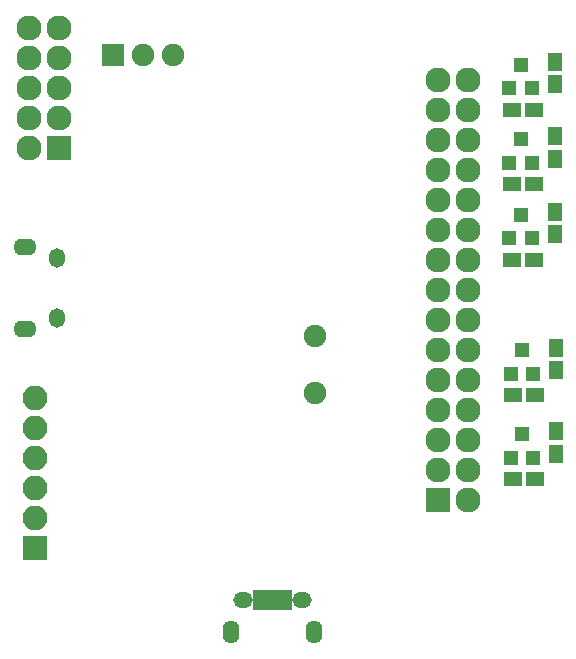
<source format=gbr>
G04 #@! TF.FileFunction,Soldermask,Bot*
%FSLAX46Y46*%
G04 Gerber Fmt 4.6, Leading zero omitted, Abs format (unit mm)*
G04 Created by KiCad (PCBNEW 4.0.4-stable) date 11/02/17 18:15:52*
%MOMM*%
%LPD*%
G01*
G04 APERTURE LIST*
%ADD10C,0.100000*%
%ADD11R,2.127200X2.127200*%
%ADD12O,2.127200X2.127200*%
%ADD13R,1.200100X1.200100*%
%ADD14R,1.600000X1.150000*%
%ADD15R,1.150000X1.600000*%
%ADD16C,1.910000*%
%ADD17R,1.910000X1.910000*%
%ADD18C,1.901140*%
%ADD19O,1.350000X1.650000*%
%ADD20O,1.950000X1.400000*%
%ADD21R,0.800000X1.750000*%
%ADD22O,1.650000X1.350000*%
%ADD23O,1.400000X1.950000*%
%ADD24R,2.100000X2.100000*%
%ADD25O,2.100000X2.100000*%
G04 APERTURE END LIST*
D10*
D11*
X174000000Y-105800000D03*
D12*
X176540000Y-105800000D03*
X174000000Y-103260000D03*
X176540000Y-103260000D03*
X174000000Y-100720000D03*
X176540000Y-100720000D03*
X174000000Y-98180000D03*
X176540000Y-98180000D03*
X174000000Y-95640000D03*
X176540000Y-95640000D03*
X174000000Y-93100000D03*
X176540000Y-93100000D03*
X174000000Y-90560000D03*
X176540000Y-90560000D03*
X174000000Y-88020000D03*
X176540000Y-88020000D03*
X174000000Y-85480000D03*
X176540000Y-85480000D03*
X174000000Y-82940000D03*
X176540000Y-82940000D03*
X174000000Y-80400000D03*
X176540000Y-80400000D03*
X174000000Y-77860000D03*
X176540000Y-77860000D03*
X174000000Y-75320000D03*
X176540000Y-75320000D03*
X174000000Y-72780000D03*
X176540000Y-72780000D03*
X174000000Y-70240000D03*
X176540000Y-70240000D03*
D11*
X141900000Y-76000000D03*
D12*
X139360000Y-76000000D03*
X141900000Y-73460000D03*
X139360000Y-73460000D03*
X141900000Y-70920000D03*
X139360000Y-70920000D03*
X141900000Y-68380000D03*
X139360000Y-68380000D03*
X141900000Y-65840000D03*
X139360000Y-65840000D03*
D13*
X182050000Y-102200760D03*
X180150000Y-102200760D03*
X181100000Y-100201780D03*
X181950000Y-70900760D03*
X180050000Y-70900760D03*
X181000000Y-68901780D03*
X181950000Y-77200760D03*
X180050000Y-77200760D03*
X181000000Y-75201780D03*
X182050000Y-95100760D03*
X180150000Y-95100760D03*
X181100000Y-93101780D03*
X181950000Y-83600760D03*
X180050000Y-83600760D03*
X181000000Y-81601780D03*
D14*
X182250000Y-104000000D03*
X180350000Y-104000000D03*
X182150000Y-72700000D03*
X180250000Y-72700000D03*
D15*
X184000000Y-101850000D03*
X184000000Y-99950000D03*
X183900000Y-70550000D03*
X183900000Y-68650000D03*
D14*
X182150000Y-79000000D03*
X180250000Y-79000000D03*
X182250000Y-96900000D03*
X180350000Y-96900000D03*
D15*
X183900000Y-76850000D03*
X183900000Y-74950000D03*
X184000000Y-94750000D03*
X184000000Y-92850000D03*
D14*
X182150000Y-85400000D03*
X180250000Y-85400000D03*
D15*
X183900000Y-83250000D03*
X183900000Y-81350000D03*
D16*
X151580000Y-68100000D03*
D17*
X146500000Y-68100000D03*
D16*
X149040000Y-68100000D03*
D18*
X163600000Y-96740940D03*
X163600000Y-91859060D03*
D19*
X141765000Y-85313000D03*
X141765000Y-90313000D03*
D20*
X139065000Y-84313000D03*
X139065000Y-91313000D03*
D21*
X161320000Y-114220000D03*
X160670000Y-114220000D03*
X160020000Y-114220000D03*
X159370000Y-114220000D03*
X158720000Y-114220000D03*
D22*
X162520000Y-114220000D03*
X157520000Y-114220000D03*
D23*
X163520000Y-116920000D03*
X156520000Y-116920000D03*
D24*
X139900000Y-109800000D03*
D25*
X139900000Y-107260000D03*
X139900000Y-104720000D03*
X139900000Y-102180000D03*
X139900000Y-99640000D03*
X139900000Y-97100000D03*
M02*

</source>
